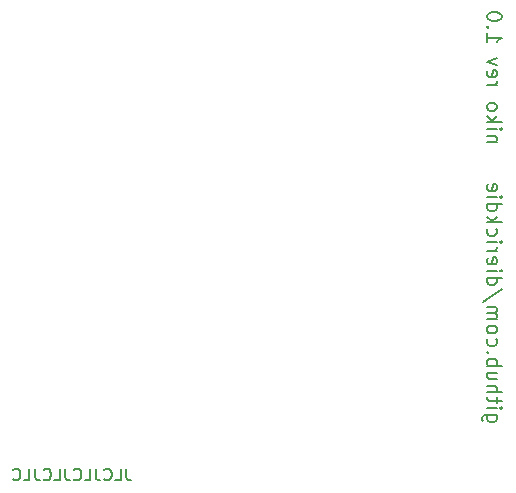
<source format=gbr>
G04 #@! TF.GenerationSoftware,KiCad,Pcbnew,(5.1.4-0)*
G04 #@! TF.CreationDate,2021-10-13T07:08:27-05:00*
G04 #@! TF.ProjectId,niko_top_plate,6e696b6f-5f74-46f7-905f-706c6174652e,rev?*
G04 #@! TF.SameCoordinates,Original*
G04 #@! TF.FileFunction,Legend,Bot*
G04 #@! TF.FilePolarity,Positive*
%FSLAX46Y46*%
G04 Gerber Fmt 4.6, Leading zero omitted, Abs format (unit mm)*
G04 Created by KiCad (PCBNEW (5.1.4-0)) date 2021-10-13 07:08:27*
%MOMM*%
%LPD*%
G04 APERTURE LIST*
%ADD10C,0.150000*%
%ADD11C,0.200000*%
G04 APERTURE END LIST*
D10*
X173689497Y-156912656D02*
X173689497Y-157626942D01*
X173737116Y-157769799D01*
X173832354Y-157865037D01*
X173975211Y-157912656D01*
X174070450Y-157912656D01*
X172737116Y-157912656D02*
X173213307Y-157912656D01*
X173213307Y-156912656D01*
X171832354Y-157817418D02*
X171879973Y-157865037D01*
X172022830Y-157912656D01*
X172118069Y-157912656D01*
X172260926Y-157865037D01*
X172356164Y-157769799D01*
X172403783Y-157674561D01*
X172451402Y-157484085D01*
X172451402Y-157341228D01*
X172403783Y-157150752D01*
X172356164Y-157055514D01*
X172260926Y-156960276D01*
X172118069Y-156912656D01*
X172022830Y-156912656D01*
X171879973Y-156960276D01*
X171832354Y-157007895D01*
X171118069Y-156912656D02*
X171118069Y-157626942D01*
X171165688Y-157769799D01*
X171260926Y-157865037D01*
X171403783Y-157912656D01*
X171499021Y-157912656D01*
X170165688Y-157912656D02*
X170641878Y-157912656D01*
X170641878Y-156912656D01*
X169260926Y-157817418D02*
X169308545Y-157865037D01*
X169451402Y-157912656D01*
X169546640Y-157912656D01*
X169689497Y-157865037D01*
X169784735Y-157769799D01*
X169832354Y-157674561D01*
X169879973Y-157484085D01*
X169879973Y-157341228D01*
X169832354Y-157150752D01*
X169784735Y-157055514D01*
X169689497Y-156960276D01*
X169546640Y-156912656D01*
X169451402Y-156912656D01*
X169308545Y-156960276D01*
X169260926Y-157007895D01*
X168546640Y-156912656D02*
X168546640Y-157626942D01*
X168594259Y-157769799D01*
X168689497Y-157865037D01*
X168832354Y-157912656D01*
X168927592Y-157912656D01*
X167594259Y-157912656D02*
X168070450Y-157912656D01*
X168070450Y-156912656D01*
X166689497Y-157817418D02*
X166737116Y-157865037D01*
X166879973Y-157912656D01*
X166975211Y-157912656D01*
X167118069Y-157865037D01*
X167213307Y-157769799D01*
X167260926Y-157674561D01*
X167308545Y-157484085D01*
X167308545Y-157341228D01*
X167260926Y-157150752D01*
X167213307Y-157055514D01*
X167118069Y-156960276D01*
X166975211Y-156912656D01*
X166879973Y-156912656D01*
X166737116Y-156960276D01*
X166689497Y-157007895D01*
X165975211Y-156912656D02*
X165975211Y-157626942D01*
X166022830Y-157769799D01*
X166118069Y-157865037D01*
X166260926Y-157912656D01*
X166356164Y-157912656D01*
X165022830Y-157912656D02*
X165499021Y-157912656D01*
X165499021Y-156912656D01*
X164118069Y-157817418D02*
X164165688Y-157865037D01*
X164308545Y-157912656D01*
X164403783Y-157912656D01*
X164546640Y-157865037D01*
X164641878Y-157769799D01*
X164689497Y-157674561D01*
X164737116Y-157484085D01*
X164737116Y-157341228D01*
X164689497Y-157150752D01*
X164641878Y-157055514D01*
X164546640Y-156960276D01*
X164403783Y-156912656D01*
X164308545Y-156912656D01*
X164165688Y-156960276D01*
X164118069Y-157007895D01*
D11*
X205056217Y-152369647D02*
X204044312Y-152369647D01*
X203925264Y-152429171D01*
X203865740Y-152488695D01*
X203806217Y-152607742D01*
X203806217Y-152786314D01*
X203865740Y-152905361D01*
X204282407Y-152369647D02*
X204222883Y-152488695D01*
X204222883Y-152726790D01*
X204282407Y-152845838D01*
X204341931Y-152905361D01*
X204460979Y-152964885D01*
X204818121Y-152964885D01*
X204937169Y-152905361D01*
X204996693Y-152845838D01*
X205056217Y-152726790D01*
X205056217Y-152488695D01*
X204996693Y-152369647D01*
X204222883Y-151774409D02*
X205056217Y-151774409D01*
X205472883Y-151774409D02*
X205413360Y-151833933D01*
X205353836Y-151774409D01*
X205413360Y-151714885D01*
X205472883Y-151774409D01*
X205353836Y-151774409D01*
X205056217Y-151357742D02*
X205056217Y-150881552D01*
X205472883Y-151179171D02*
X204401455Y-151179171D01*
X204282407Y-151119647D01*
X204222883Y-151000600D01*
X204222883Y-150881552D01*
X204222883Y-150464885D02*
X205472883Y-150464885D01*
X204222883Y-149929171D02*
X204877645Y-149929171D01*
X204996693Y-149988695D01*
X205056217Y-150107742D01*
X205056217Y-150286314D01*
X204996693Y-150405361D01*
X204937169Y-150464885D01*
X205056217Y-148798219D02*
X204222883Y-148798219D01*
X205056217Y-149333933D02*
X204401455Y-149333933D01*
X204282407Y-149274409D01*
X204222883Y-149155361D01*
X204222883Y-148976790D01*
X204282407Y-148857742D01*
X204341931Y-148798219D01*
X204222883Y-148202980D02*
X205472883Y-148202980D01*
X204996693Y-148202980D02*
X205056217Y-148083933D01*
X205056217Y-147845838D01*
X204996693Y-147726790D01*
X204937169Y-147667266D01*
X204818121Y-147607742D01*
X204460979Y-147607742D01*
X204341931Y-147667266D01*
X204282407Y-147726790D01*
X204222883Y-147845838D01*
X204222883Y-148083933D01*
X204282407Y-148202980D01*
X204341931Y-147072028D02*
X204282407Y-147012504D01*
X204222883Y-147072028D01*
X204282407Y-147131552D01*
X204341931Y-147072028D01*
X204222883Y-147072028D01*
X204282407Y-145941076D02*
X204222883Y-146060123D01*
X204222883Y-146298219D01*
X204282407Y-146417266D01*
X204341931Y-146476790D01*
X204460979Y-146536314D01*
X204818121Y-146536314D01*
X204937169Y-146476790D01*
X204996693Y-146417266D01*
X205056217Y-146298219D01*
X205056217Y-146060123D01*
X204996693Y-145941076D01*
X204222883Y-145226790D02*
X204282407Y-145345838D01*
X204341931Y-145405361D01*
X204460979Y-145464885D01*
X204818121Y-145464885D01*
X204937169Y-145405361D01*
X204996693Y-145345838D01*
X205056217Y-145226790D01*
X205056217Y-145048219D01*
X204996693Y-144929171D01*
X204937169Y-144869647D01*
X204818121Y-144810123D01*
X204460979Y-144810123D01*
X204341931Y-144869647D01*
X204282407Y-144929171D01*
X204222883Y-145048219D01*
X204222883Y-145226790D01*
X204222883Y-144274409D02*
X205056217Y-144274409D01*
X204937169Y-144274409D02*
X204996693Y-144214885D01*
X205056217Y-144095838D01*
X205056217Y-143917266D01*
X204996693Y-143798219D01*
X204877645Y-143738695D01*
X204222883Y-143738695D01*
X204877645Y-143738695D02*
X204996693Y-143679171D01*
X205056217Y-143560123D01*
X205056217Y-143381552D01*
X204996693Y-143262504D01*
X204877645Y-143202980D01*
X204222883Y-143202980D01*
X205532407Y-141714885D02*
X203925264Y-142786314D01*
X204222883Y-140762504D02*
X205472883Y-140762504D01*
X204282407Y-140762504D02*
X204222883Y-140881552D01*
X204222883Y-141119647D01*
X204282407Y-141238695D01*
X204341931Y-141298219D01*
X204460979Y-141357742D01*
X204818121Y-141357742D01*
X204937169Y-141298219D01*
X204996693Y-141238695D01*
X205056217Y-141119647D01*
X205056217Y-140881552D01*
X204996693Y-140762504D01*
X204222883Y-140167266D02*
X205056217Y-140167266D01*
X205472883Y-140167266D02*
X205413360Y-140226790D01*
X205353836Y-140167266D01*
X205413360Y-140107742D01*
X205472883Y-140167266D01*
X205353836Y-140167266D01*
X204282407Y-139095838D02*
X204222883Y-139214885D01*
X204222883Y-139452980D01*
X204282407Y-139572028D01*
X204401455Y-139631552D01*
X204877645Y-139631552D01*
X204996693Y-139572028D01*
X205056217Y-139452980D01*
X205056217Y-139214885D01*
X204996693Y-139095838D01*
X204877645Y-139036314D01*
X204758598Y-139036314D01*
X204639550Y-139631552D01*
X204222883Y-138500600D02*
X205056217Y-138500600D01*
X204818121Y-138500600D02*
X204937169Y-138441076D01*
X204996693Y-138381552D01*
X205056217Y-138262504D01*
X205056217Y-138143457D01*
X204222883Y-137726790D02*
X205056217Y-137726790D01*
X205472883Y-137726790D02*
X205413360Y-137786314D01*
X205353836Y-137726790D01*
X205413360Y-137667266D01*
X205472883Y-137726790D01*
X205353836Y-137726790D01*
X204282407Y-136595838D02*
X204222883Y-136714885D01*
X204222883Y-136952980D01*
X204282407Y-137072028D01*
X204341931Y-137131552D01*
X204460979Y-137191076D01*
X204818121Y-137191076D01*
X204937169Y-137131552D01*
X204996693Y-137072028D01*
X205056217Y-136952980D01*
X205056217Y-136714885D01*
X204996693Y-136595838D01*
X204222883Y-136060123D02*
X205472883Y-136060123D01*
X204699074Y-135941076D02*
X204222883Y-135583933D01*
X205056217Y-135583933D02*
X204580026Y-136060123D01*
X204222883Y-134512504D02*
X205472883Y-134512504D01*
X204282407Y-134512504D02*
X204222883Y-134631552D01*
X204222883Y-134869647D01*
X204282407Y-134988695D01*
X204341931Y-135048219D01*
X204460979Y-135107742D01*
X204818121Y-135107742D01*
X204937169Y-135048219D01*
X204996693Y-134988695D01*
X205056217Y-134869647D01*
X205056217Y-134631552D01*
X204996693Y-134512504D01*
X204222883Y-133917266D02*
X205056217Y-133917266D01*
X205472883Y-133917266D02*
X205413360Y-133976790D01*
X205353836Y-133917266D01*
X205413360Y-133857742D01*
X205472883Y-133917266D01*
X205353836Y-133917266D01*
X204282407Y-132845838D02*
X204222883Y-132964885D01*
X204222883Y-133202980D01*
X204282407Y-133322028D01*
X204401455Y-133381552D01*
X204877645Y-133381552D01*
X204996693Y-133322028D01*
X205056217Y-133202980D01*
X205056217Y-132964885D01*
X204996693Y-132845838D01*
X204877645Y-132786314D01*
X204758598Y-132786314D01*
X204639550Y-133381552D01*
X205056217Y-129301710D02*
X204222883Y-129301710D01*
X204937169Y-129301710D02*
X204996693Y-129242186D01*
X205056217Y-129123139D01*
X205056217Y-128944567D01*
X204996693Y-128825520D01*
X204877645Y-128765996D01*
X204222883Y-128765996D01*
X204222883Y-128170758D02*
X205056217Y-128170758D01*
X205472883Y-128170758D02*
X205413360Y-128230281D01*
X205353836Y-128170758D01*
X205413360Y-128111234D01*
X205472883Y-128170758D01*
X205353836Y-128170758D01*
X204222883Y-127575520D02*
X205472883Y-127575520D01*
X204699074Y-127456472D02*
X204222883Y-127099329D01*
X205056217Y-127099329D02*
X204580026Y-127575520D01*
X204222883Y-126385043D02*
X204282407Y-126504091D01*
X204341931Y-126563615D01*
X204460979Y-126623139D01*
X204818121Y-126623139D01*
X204937169Y-126563615D01*
X204996693Y-126504091D01*
X205056217Y-126385043D01*
X205056217Y-126206472D01*
X204996693Y-126087424D01*
X204937169Y-126027900D01*
X204818121Y-125968377D01*
X204460979Y-125968377D01*
X204341931Y-126027900D01*
X204282407Y-126087424D01*
X204222883Y-126206472D01*
X204222883Y-126385043D01*
X204222883Y-124480281D02*
X205056217Y-124480281D01*
X204818121Y-124480281D02*
X204937169Y-124420758D01*
X204996693Y-124361234D01*
X205056217Y-124242186D01*
X205056217Y-124123139D01*
X204282407Y-123230281D02*
X204222883Y-123349329D01*
X204222883Y-123587424D01*
X204282407Y-123706472D01*
X204401455Y-123765996D01*
X204877645Y-123765996D01*
X204996693Y-123706472D01*
X205056217Y-123587424D01*
X205056217Y-123349329D01*
X204996693Y-123230281D01*
X204877645Y-123170758D01*
X204758598Y-123170758D01*
X204639550Y-123765996D01*
X205056217Y-122754091D02*
X204222883Y-122456472D01*
X205056217Y-122158853D01*
X204222883Y-120075520D02*
X204222883Y-120789805D01*
X204222883Y-120432662D02*
X205472883Y-120432662D01*
X205294312Y-120551710D01*
X205175264Y-120670758D01*
X205115740Y-120789805D01*
X204341931Y-119539805D02*
X204282407Y-119480281D01*
X204222883Y-119539805D01*
X204282407Y-119599329D01*
X204341931Y-119539805D01*
X204222883Y-119539805D01*
X205472883Y-118706472D02*
X205472883Y-118587424D01*
X205413360Y-118468377D01*
X205353836Y-118408853D01*
X205234788Y-118349329D01*
X204996693Y-118289805D01*
X204699074Y-118289805D01*
X204460979Y-118349329D01*
X204341931Y-118408853D01*
X204282407Y-118468377D01*
X204222883Y-118587424D01*
X204222883Y-118706472D01*
X204282407Y-118825520D01*
X204341931Y-118885043D01*
X204460979Y-118944567D01*
X204699074Y-119004091D01*
X204996693Y-119004091D01*
X205234788Y-118944567D01*
X205353836Y-118885043D01*
X205413360Y-118825520D01*
X205472883Y-118706472D01*
M02*

</source>
